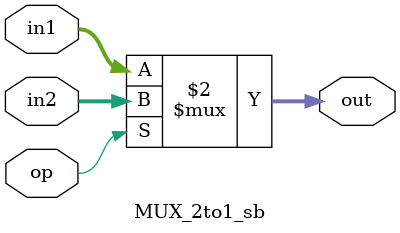
<source format=v>
`timescale 1ns / 1ps
module MUX_3to1_regdst(
    input [4:0] in1,
    input [4:0] in2,
    input [1:0] op,
    output [4:0] out
    );
	 assign out=(op==2'b00)?in1:
			      (op==2'b01)?in2:
					(op==2'b10)?5'b11111:
					5'b0;
endmodule

module MUX_2to1_alusrc(
    input [31:0] in1,
    input [31:0] in2,
    input op,
    output [31:0] out
    );
	 assign out=(op==0)?in1:in2;

endmodule

module MUX_3to1_memtoreg(
    input [31:0] in1,
    input [31:0] in2,
    input [31:0] in3,
    input [1:0] op,
    output [31:0] out
    );
	 assign out=(op==2'b00)?in1:
			      (op==2'b01)?in2:
					(op==2'b10)?in3:
					32'b0;
endmodule

module MUX_2to1_lb(
    input [31:0] in1,
    input [31:0] in2,
    input op,
    output [31:0] out
    );
	 assign out=(op==0)?in1:in2;

endmodule

module MUX_2to1_sb(
    input [31:0] in1,
    input [31:0] in2,
    input op,
    output [31:0] out
    );
	 assign out=(op==0)?in1:in2;

endmodule

</source>
